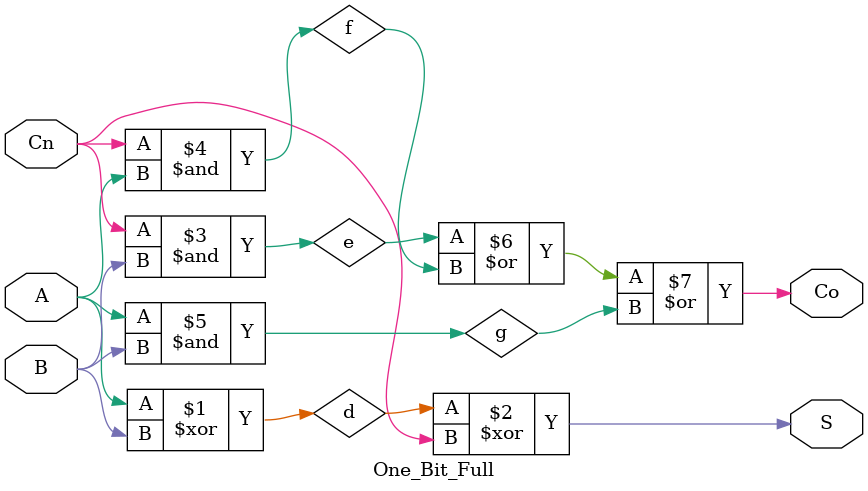
<source format=v>
`timescale 1ns / 1ps


module One_Bit_Full(A, B, Cn, Co, S);
input A, B, Cn;
output Co, S;
wire d, e, f, g; 

xor xor_1 (d, A, B);
xor xor_2 (S, d, Cn);

and and1 (e, Cn, B);
and and2 (f, Cn, A);
and and3 (g, A, B);
or or1 (Co, e, f, g);





    
endmodule

</source>
